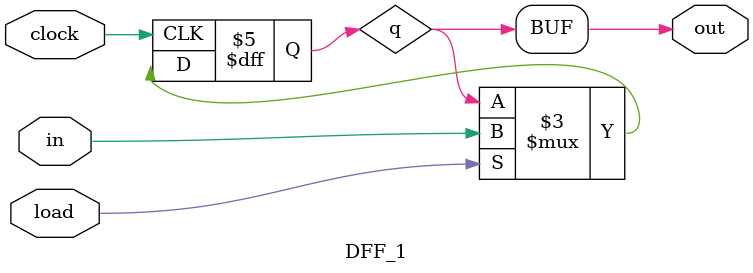
<source format=v>
module DFF_1 (input in, clock, load, output out);
  reg q;
	assign out = q;
  always @(posedge clock) begin
	  if (load) q = in;
  end
endmodule
</source>
